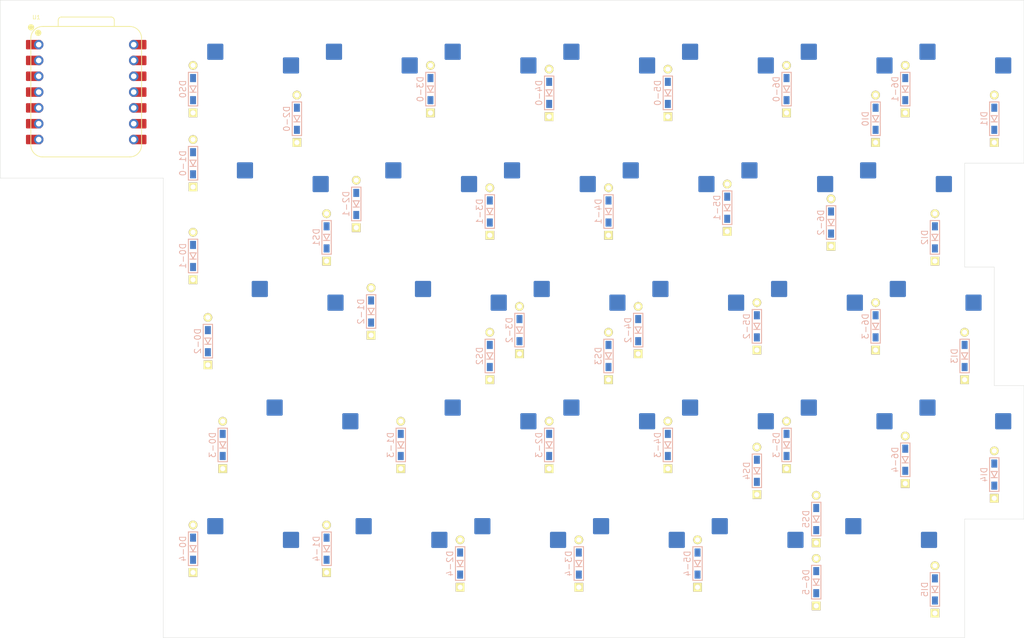
<source format=kicad_pcb>
(kicad_pcb (version 20241229) (generator "pcbnew") (generator_version "9.0")
  (layers (0 "F.Cu" signal) (2 "B.Cu" signal) (13 "F.Paste" user) (15 "B.Paste" user) (5 "F.SilkS" user "F.Silkscreen") (7 "B.SilkS" user "B.Silkscreen") (1 "F.Mask" user) (3 "B.Mask" user) (25 "Edge.Cuts" user))
  (net 0 "")
  (net 1 "Net-(D0-1-A)")
  (net 2 "Net-(D0-1-K)")
  (net 3 "Net-(D0-2-K)")
  (net 4 "Net-(D0-2-A)")
  (net 5 "Net-(D0-3-K)")
  (net 6 "Net-(D0-3-A)")
  (net 7 "Net-(D0-4-K)")
  (net 8 "Net-(D0-4-A)")
  (net 9 "Net-(D1-0-A)")
  (net 10 "Net-(D1-0-K)")
  (net 11 "Net-(D1-2-A)")
  (net 12 "Net-(D1-3-A)")
  (net 13 "Net-(D1-4-A)")
  (net 14 "Net-(D2-0-A)")
  (net 15 "Net-(D2-1-A)")
  (net 16 "Net-(D2-3-A)")
  (net 17 "Net-(D2-4-A)")
  (net 18 "Net-(D3-0-A)")
  (net 19 "Net-(D3-1-A)")
  (net 20 "Net-(D3-2-A)")
  (net 21 "Net-(D3-4-A)")
  (net 22 "Net-(D4-0-A)")
  (net 23 "Net-(D4-1-A)")
  (net 24 "Net-(D4-2-A)")
  (net 25 "Net-(D4-3-A)")
  (net 26 "Net-(D5-0-A)")
  (net 27 "Net-(D5-1-A)")
  (net 28 "Net-(D5-2-A)")
  (net 29 "Net-(D5-3-A)")
  (net 30 "Net-(D5-4-A)")
  (net 31 "Net-(D6-0-A)")
  (net 32 "Net-(D6-1-A)")
  (net 33 "Net-(D6-2-A)")
  (net 34 "Net-(D6-3-A)")
  (net 35 "Net-(D6-4-A)")
  (net 36 "Net-(D6-5-A)")
  (net 37 "Net-(D6-5-K)")
  (net 38 "INTR_L")
  (net 39 "IO 0")
  (net 40 "IO 1")
  (net 41 "IO 2")
  (net 42 "IO 3")
  (net 43 "IO 4")
  (net 44 "IO 5")
  (net 45 "IO 6")
  (net 46 "GND")
  (footprint "kbd_Parts:Diode_TH_SMD" (layer "F.Cu") (at 173.83125 81.56875 90)
    (property "Reference" "D5-0" (at 0 -1.63 90) (layer "B.SilkS") (effects (font (thickness 0.125)) (justify mirror)))
    (property "Value" "1N4148W" (hide yes))
    (pad "1" thru_hole rect (at -3.81 0 90) (size 1.397 1.397) (drill 0.8128) (layers "*.Cu" "*.Mask" "F.SilkS") (net 10 "Net-(D1-0-K)"))
    (pad "1" smd rect (at -1.775 0 90) (size 1.3 0.95) (layers "B.Cu" "B.Mask" "B.Paste") (net 10 "Net-(D1-0-K)"))
    (pad "2" smd rect (at 1.775 0 90) (size 1.3 0.95) (layers "B.Cu" "B.Mask" "B.Paste") (net 26 "Net-(D5-0-A)"))
    (pad "2" thru_hole circle (at 3.81 0 90) (size 1.397 1.397) (drill 0.8128) (layers "*.Cu" "*.Mask" "F.SilkS") (net 26 "Net-(D5-0-A)"))
  )
  (footprint "kbd_Parts:Diode_TH_SMD" (layer "F.Cu") (at 135.73125 80.9625 90)
    (property "Reference" "D3-0" (at 0 -1.63 90) (layer "B.SilkS") (effects (font (thickness 0.125)) (justify mirror)))
    (property "Value" "1N4148W" (hide yes))
    (pad "1" thru_hole rect (at -3.81 0 90) (size 1.397 1.397) (drill 0.8128) (layers "*.Cu" "*.Mask" "F.SilkS") (net 10 "Net-(D1-0-K)"))
    (pad "1" smd rect (at -1.775 0 90) (size 1.3 0.95) (layers "B.Cu" "B.Mask" "B.Paste") (net 10 "Net-(D1-0-K)"))
    (pad "2" smd rect (at 1.775 0 90) (size 1.3 0.95) (layers "B.Cu" "B.Mask" "B.Paste") (net 18 "Net-(D3-0-A)"))
    (pad "2" thru_hole circle (at 3.81 0 90) (size 1.397 1.397) (drill 0.8128) (layers "*.Cu" "*.Mask" "F.SilkS") (net 18 "Net-(D3-0-A)"))
  )
  (footprint "kbd_Parts:Diode_TH_SMD" (layer "F.Cu") (at 197.64375 150.01875 90)
    (property "Reference" "DS5" (at 0 -1.63 90) (layer "B.SilkS") (effects (font (thickness 0.125)) (justify mirror)))
    (property "Value" "1N4148W" (hide yes))
    (pad "1" thru_hole rect (at -3.81 0 90) (size 1.397 1.397) (drill 0.8128) (layers "*.Cu" "*.Mask" "F.SilkS") (net 44 "IO 5"))
    (pad "1" smd rect (at -1.775 0 90) (size 1.3 0.95) (layers "B.Cu" "B.Mask" "B.Paste") (net 44 "IO 5"))
    (pad "2" smd rect (at 1.775 0 90) (size 1.3 0.95) (layers "B.Cu" "B.Mask" "B.Paste") (net 37 "Net-(D6-5-K)"))
    (pad "2" thru_hole circle (at 3.81 0 90) (size 1.397 1.397) (drill 0.8128) (layers "*.Cu" "*.Mask" "F.SilkS") (net 37 "Net-(D6-5-K)"))
  )
  (footprint "kbd_Parts:Diode_TH_SMD" (layer "F.Cu") (at 150.01875 119.66875 90)
    (property "Reference" "D3-2" (at 0 -1.63 90) (layer "B.SilkS") (effects (font (thickness 0.125)) (justify mirror)))
    (property "Value" "1N4148W" (hide yes))
    (pad "1" thru_hole rect (at -3.81 0 90) (size 1.397 1.397) (drill 0.8128) (layers "*.Cu" "*.Mask" "F.SilkS") (net 3 "Net-(D0-2-K)"))
    (pad "1" smd rect (at -1.775 0 90) (size 1.3 0.95) (layers "B.Cu" "B.Mask" "B.Paste") (net 3 "Net-(D0-2-K)"))
    (pad "2" smd rect (at 1.775 0 90) (size 1.3 0.95) (layers "B.Cu" "B.Mask" "B.Paste") (net 20 "Net-(D3-2-A)"))
    (pad "2" thru_hole circle (at 3.81 0 90) (size 1.397 1.397) (drill 0.8128) (layers "*.Cu" "*.Mask" "F.SilkS") (net 20 "Net-(D3-2-A)"))
  )
  (footprint "kbd_Parts:Diode_TH_SMD" (layer "F.Cu") (at 226.21875 142.875 90)
    (property "Reference" "DI4" (at 0 -1.63 90) (layer "B.SilkS") (effects (font (thickness 0.125)) (justify mirror)))
    (property "Value" "1N4148W" (hide yes))
    (pad "1" thru_hole rect (at -3.81 0 90) (size 1.397 1.397) (drill 0.8128) (layers "*.Cu" "*.Mask" "F.SilkS") (net 38 "INTR_L"))
    (pad "1" smd rect (at -1.775 0 90) (size 1.3 0.95) (layers "B.Cu" "B.Mask" "B.Paste") (net 38 "INTR_L"))
    (pad "2" smd rect (at 1.775 0 90) (size 1.3 0.95) (layers "B.Cu" "B.Mask" "B.Paste") (net 7 "Net-(D0-4-K)"))
    (pad "2" thru_hole circle (at 3.81 0 90) (size 1.397 1.397) (drill 0.8128) (layers "*.Cu" "*.Mask" "F.SilkS") (net 7 "Net-(D0-4-K)"))
  )
  (footprint "kbd_Parts:Diode_TH_SMD" (layer "F.Cu") (at 123.825 99.40625 90)
    (property "Reference" "D2-1" (at 0 -1.63 90) (layer "B.SilkS") (effects (font (thickness 0.125)) (justify mirror)))
    (property "Value" "1N4148W" (hide yes))
    (pad "1" thru_hole rect (at -3.81 0 90) (size 1.397 1.397) (drill 0.8128) (layers "*.Cu" "*.Mask" "F.SilkS") (net 2 "Net-(D0-1-K)"))
    (pad "1" smd rect (at -1.775 0 90) (size 1.3 0.95) (layers "B.Cu" "B.Mask" "B.Paste") (net 2 "Net-(D0-1-K)"))
    (pad "2" smd rect (at 1.775 0 90) (size 1.3 0.95) (layers "B.Cu" "B.Mask" "B.Paste") (net 15 "Net-(D2-1-A)"))
    (pad "2" thru_hole circle (at 3.81 0 90) (size 1.397 1.397) (drill 0.8128) (layers "*.Cu" "*.Mask" "F.SilkS") (net 15 "Net-(D2-1-A)"))
  )
  (footprint "kbd_Parts:Diode_TH_SMD" (layer "F.Cu") (at 119.0625 154.78125 90)
    (property "Reference" "D1-4" (at 0 -1.63 90) (layer "B.SilkS") (effects (font (thickness 0.125)) (justify mirror)))
    (property "Value" "1N4148W" (hide yes))
    (pad "1" thru_hole rect (at -3.81 0 90) (size 1.397 1.397) (drill 0.8128) (layers "*.Cu" "*.Mask" "F.SilkS") (net 7 "Net-(D0-4-K)"))
    (pad "1" smd rect (at -1.775 0 90) (size 1.3 0.95) (layers "B.Cu" "B.Mask" "B.Paste") (net 7 "Net-(D0-4-K)"))
    (pad "2" smd rect (at 1.775 0 90) (size 1.3 0.95) (layers "B.Cu" "B.Mask" "B.Paste") (net 13 "Net-(D1-4-A)"))
    (pad "2" thru_hole circle (at 3.81 0 90) (size 1.397 1.397) (drill 0.8128) (layers "*.Cu" "*.Mask" "F.SilkS") (net 13 "Net-(D1-4-A)"))
  )
  (footprint "kbd_Parts:Diode_TH_SMD" (layer "F.Cu") (at 114.3 85.725 90)
    (property "Reference" "D2-0" (at 0 -1.63 90) (layer "B.SilkS") (effects (font (thickness 0.125)) (justify mirror)))
    (property "Value" "1N4148W" (hide yes))
    (pad "1" thru_hole rect (at -3.81 0 90) (size 1.397 1.397) (drill 0.8128) (layers "*.Cu" "*.Mask" "F.SilkS") (net 10 "Net-(D1-0-K)"))
    (pad "1" smd rect (at -1.775 0 90) (size 1.3 0.95) (layers "B.Cu" "B.Mask" "B.Paste") (net 10 "Net-(D1-0-K)"))
    (pad "2" smd rect (at 1.775 0 90) (size 1.3 0.95) (layers "B.Cu" "B.Mask" "B.Paste") (net 14 "Net-(D2-0-A)"))
    (pad "2" thru_hole circle (at 3.81 0 90) (size 1.397 1.397) (drill 0.8128) (layers "*.Cu" "*.Mask" "F.SilkS") (net 14 "Net-(D2-0-A)"))
  )
  (footprint "kbd_Parts:Diode_TH_SMD" (layer "F.Cu") (at 226.21875 85.725 90)
    (property "Reference" "DI1" (at 0 -1.63 90) (layer "B.SilkS") (effects (font (thickness 0.125)) (justify mirror)))
    (property "Value" "1N4148W" (hide yes))
    (pad "1" thru_hole rect (at -3.81 0 90) (size 1.397 1.397) (drill 0.8128) (layers "*.Cu" "*.Mask" "F.SilkS") (net 38 "INTR_L"))
    (pad "1" smd rect (at -1.775 0 90) (size 1.3 0.95) (layers "B.Cu" "B.Mask" "B.Paste") (net 38 "INTR_L"))
    (pad "2" smd rect (at 1.775 0 90) (size 1.3 0.95) (layers "B.Cu" "B.Mask" "B.Paste") (net 2 "Net-(D0-1-K)"))
    (pad "2" thru_hole circle (at 3.81 0 90) (size 1.397 1.397) (drill 0.8128) (layers "*.Cu" "*.Mask" "F.SilkS") (net 2 "Net-(D0-1-K)"))
  )
  (footprint "kbd_Parts:Diode_TH_SMD" (layer "F.Cu") (at 159.54375 157.1625 90)
    (property "Reference" "D3-4" (at 0 -1.63 90) (layer "B.SilkS") (effects (font (thickness 0.125)) (justify mirror)))
    (property "Value" "1N4148W" (hide yes))
    (pad "1" thru_hole rect (at -3.81 0 90) (size 1.397 1.397) (drill 0.8128) (layers "*.Cu" "*.Mask" "F.SilkS") (net 7 "Net-(D0-4-K)"))
    (pad "1" smd rect (at -1.775 0 90) (size 1.3 0.95) (layers "B.Cu" "B.Mask" "B.Paste") (net 7 "Net-(D0-4-K)"))
    (pad "2" smd rect (at 1.775 0 90) (size 1.3 0.95) (layers "B.Cu" "B.Mask" "B.Paste") (net 21 "Net-(D3-4-A)"))
    (pad "2" thru_hole circle (at 3.81 0 90) (size 1.397 1.397) (drill 0.8128) (layers "*.Cu" "*.Mask" "F.SilkS") (net 21 "Net-(D3-4-A)"))
  )
  (footprint "kbd_Parts:Diode_TH_SMD" (layer "F.Cu") (at 154.78125 81.56875 90)
    (property "Reference" "D4-0" (at 0 -1.63 90) (layer "B.SilkS") (effects (font (thickness 0.125)) (justify mirror)))
    (property "Value" "1N4148W" (hide yes))
    (pad "1" thru_hole rect (at -3.81 0 90) (size 1.397 1.397) (drill 0.8128) (layers "*.Cu" "*.Mask" "F.SilkS") (net 10 "Net-(D1-0-K)"))
    (pad "1" smd rect (at -1.775 0 90) (size 1.3 0.95) (layers "B.Cu" "B.Mask" "B.Paste") (net 10 "Net-(D1-0-K)"))
    (pad "2" smd rect (at 1.775 0 90) (size 1.3 0.95) (layers "B.Cu" "B.Mask" "B.Paste") (net 22 "Net-(D4-0-A)"))
    (pad "2" thru_hole circle (at 3.81 0 90) (size 1.397 1.397) (drill 0.8128) (layers "*.Cu" "*.Mask" "F.SilkS") (net 22 "Net-(D4-0-A)"))
  )
  (footprint "kbd_Parts:Diode_TH_SMD" (layer "F.Cu") (at 140.49375 157.1625 90)
    (property "Reference" "D2-4" (at 0 -1.63 90) (layer "B.SilkS") (effects (font (thickness 0.125)) (justify mirror)))
    (property "Value" "1N4148W" (hide yes))
    (pad "1" thru_hole rect (at -3.81 0 90) (size 1.397 1.397) (drill 0.8128) (layers "*.Cu" "*.Mask" "F.SilkS") (net 7 "Net-(D0-4-K)"))
    (pad "1" smd rect (at -1.775 0 90) (size 1.3 0.95) (layers "B.Cu" "B.Mask" "B.Paste") (net 7 "Net-(D0-4-K)"))
    (pad "2" smd rect (at 1.775 0 90) (size 1.3 0.95) (layers "B.Cu" "B.Mask" "B.Paste") (net 17 "Net-(D2-4-A)"))
    (pad "2" thru_hole circle (at 3.81 0 90) (size 1.397 1.397) (drill 0.8128) (layers "*.Cu" "*.Mask" "F.SilkS") (net 17 "Net-(D2-4-A)"))
  )
  (footprint "kbd_Parts:Diode_TH_SMD" (layer "F.Cu") (at 126.20625 116.68125 90)
    (property "Reference" "D1-2" (at 0 -1.63 90) (layer "B.SilkS") (effects (font (thickness 0.125)) (justify mirror)))
    (property "Value" "1N4148W" (hide yes))
    (pad "1" thru_hole rect (at -3.81 0 90) (size 1.397 1.397) (drill 0.8128) (layers "*.Cu" "*.Mask" "F.SilkS") (net 3 "Net-(D0-2-K)"))
    (pad "1" smd rect (at -1.775 0 90) (size 1.3 0.95) (layers "B.Cu" "B.Mask" "B.Paste") (net 3 "Net-(D0-2-K)"))
    (pad "2" smd rect (at 1.775 0 90) (size 1.3 0.95) (layers "B.Cu" "B.Mask" "B.Paste") (net 11 "Net-(D1-2-A)"))
    (pad "2" thru_hole circle (at 3.81 0 90) (size 1.397 1.397) (drill 0.8128) (layers "*.Cu" "*.Mask" "F.SilkS") (net 11 "Net-(D1-2-A)"))
  )
  (footprint "kbd_Parts:Diode_TH_SMD" (layer "F.Cu") (at 192.88125 80.9625 90)
    (property "Reference" "D6-0" (at 0 -1.63 90) (layer "B.SilkS") (effects (font (thickness 0.125)) (justify mirror)))
    (property "Value" "1N4148W" (hide yes))
    (pad "1" thru_hole rect (at -3.81 0 90) (size 1.397 1.397) (drill 0.8128) (layers "*.Cu" "*.Mask" "F.SilkS") (net 10 "Net-(D1-0-K)"))
    (pad "1" smd rect (at -1.775 0 90) (size 1.3 0.95) (layers "B.Cu" "B.Mask" "B.Paste") (net 10 "Net-(D1-0-K)"))
    (pad "2" smd rect (at 1.775 0 90) (size 1.3 0.95) (layers "B.Cu" "B.Mask" "B.Paste") (net 31 "Net-(D6-0-A)"))
    (pad "2" thru_hole circle (at 3.81 0 90) (size 1.397 1.397) (drill 0.8128) (layers "*.Cu" "*.Mask" "F.SilkS") (net 31 "Net-(D6-0-A)"))
  )
  (footprint "kbd_Parts:Diode_TH_SMD" (layer "F.Cu") (at 97.63125 92.86875 90)
    (property "Reference" "D1-0" (at 0 -1.63 90) (layer "B.SilkS") (effects (font (thickness 0.125)) (justify mirror)))
    (property "Value" "1N4148W" (hide yes))
    (pad "1" thru_hole rect (at -3.81 0 90) (size 1.397 1.397) (drill 0.8128) (layers "*.Cu" "*.Mask" "F.SilkS") (net 10 "Net-(D1-0-K)"))
    (pad "1" smd rect (at -1.775 0 90) (size 1.3 0.95) (layers "B.Cu" "B.Mask" "B.Paste") (net 10 "Net-(D1-0-K)"))
    (pad "2" smd rect (at 1.775 0 90) (size 1.3 0.95) (layers "B.Cu" "B.Mask" "B.Paste") (net 9 "Net-(D1-0-A)"))
    (pad "2" thru_hole circle (at 3.81 0 90) (size 1.397 1.397) (drill 0.8128) (layers "*.Cu" "*.Mask" "F.SilkS") (net 9 "Net-(D1-0-A)"))
  )
  (footprint "kbd_Parts:Diode_TH_SMD" (layer "F.Cu") (at 164.30625 100.61875 90)
    (property "Reference" "D4-1" (at 0 -1.63 90) (layer "B.SilkS") (effects (font (thickness 0.125)) (justify mirror)))
    (property "Value" "1N4148W" (hide yes))
    (pad "1" thru_hole rect (at -3.81 0 90) (size 1.397 1.397) (drill 0.8128) (layers "*.Cu" "*.Mask" "F.SilkS") (net 2 "Net-(D0-1-K)"))
    (pad "1" smd rect (at -1.775 0 90) (size 1.3 0.95) (layers "B.Cu" "B.Mask" "B.Paste") (net 2 "Net-(D0-1-K)"))
    (pad "2" smd rect (at 1.775 0 90) (size 1.3 0.95) (layers "B.Cu" "B.Mask" "B.Paste") (net 23 "Net-(D4-1-A)"))
    (pad "2" thru_hole circle (at 3.81 0 90) (size 1.397 1.397) (drill 0.8128) (layers "*.Cu" "*.Mask" "F.SilkS") (net 23 "Net-(D4-1-A)"))
  )
  (footprint "kbd_Parts:Diode_TH_SMD" (layer "F.Cu") (at 188.11875 119.0625 90)
    (property "Reference" "D5-2" (at 0 -1.63 90) (layer "B.SilkS") (effects (font (thickness 0.125)) (justify mirror)))
    (property "Value" "1N4148W" (hide yes))
    (pad "1" thru_hole rect (at -3.81 0 90) (size 1.397 1.397) (drill 0.8128) (layers "*.Cu" "*.Mask" "F.SilkS") (net 3 "Net-(D0-2-K)"))
    (pad "1" smd rect (at -1.775 0 90) (size 1.3 0.95) (layers "B.Cu" "B.Mask" "B.Paste") (net 3 "Net-(D0-2-K)"))
    (pad "2" smd rect (at 1.775 0 90) (size 1.3 0.95) (layers "B.Cu" "B.Mask" "B.Paste") (net 28 "Net-(D5-2-A)"))
    (pad "2" thru_hole circle (at 3.81 0 90) (size 1.397 1.397) (drill 0.8128) (layers "*.Cu" "*.Mask" "F.SilkS") (net 28 "Net-(D5-2-A)"))
  )
  (footprint "kbd_Parts:Diode_TH_SMD" (layer "F.Cu") (at 154.78125 138.1125 90)
    (property "Reference" "D2-3" (at 0 -1.63 90) (layer "B.SilkS") (effects (font (thickness 0.125)) (justify mirror)))
    (property "Value" "1N4148W" (hide yes))
    (pad "1" thru_hole rect (at -3.81 0 90) (size 1.397 1.397) (drill 0.8128) (layers "*.Cu" "*.Mask" "F.SilkS") (net 5 "Net-(D0-3-K)"))
    (pad "1" smd rect (at -1.775 0 90) (size 1.3 0.95) (layers "B.Cu" "B.Mask" "B.Paste") (net 5 "Net-(D0-3-K)"))
    (pad "2" smd rect (at 1.775 0 90) (size 1.3 0.95) (layers "B.Cu" "B.Mask" "B.Paste") (net 16 "Net-(D2-3-A)"))
    (pad "2" thru_hole circle (at 3.81 0 90) (size 1.397 1.397) (drill 0.8128) (layers "*.Cu" "*.Mask" "F.SilkS") (net 16 "Net-(D2-3-A)"))
  )
  (footprint "kbd_Parts:Diode_TH_SMD" (layer "F.Cu") (at 207.16875 85.725 90)
    (property "Reference" "DI0" (at 0 -1.63 90) (layer "B.SilkS") (effects (font (thickness 0.125)) (justify mirror)))
    (property "Value" "1N4148W" (hide yes))
    (pad "1" thru_hole rect (at -3.81 0 90) (size 1.397 1.397) (drill 0.8128) (layers "*.Cu" "*.Mask" "F.SilkS") (net 38 "INTR_L"))
    (pad "1" smd rect (at -1.775 0 90) (size 1.3 0.95) (layers "B.Cu" "B.Mask" "B.Paste") (net 38 "INTR_L"))
    (pad "2" smd rect (at 1.775 0 90) (size 1.3 0.95) (layers "B.Cu" "B.Mask" "B.Paste") (net 10 "Net-(D1-0-K)"))
    (pad "2" thru_hole circle (at 3.81 0 90) (size 1.397 1.397) (drill 0.8128) (layers "*.Cu" "*.Mask" "F.SilkS") (net 10 "Net-(D1-0-K)"))
  )
  (footprint "kbd_Parts:Diode_TH_SMD" (layer "F.Cu") (at 119.0625 104.775 90)
    (property "Reference" "DS1" (at 0 -1.63 90) (layer "B.SilkS") (effects (font (thickness 0.125)) (justify mirror)))
    (property "Value" "1N4148W" (hide yes))
    (pad "1" thru_hole rect (at -3.81 0 90) (size 1.397 1.397) (drill 0.8128) (layers "*.Cu" "*.Mask" "F.SilkS") (net 40 "IO 1"))
    (pad "1" smd rect (at -1.775 0 90) (size 1.3 0.95) (layers "B.Cu" "B.Mask" "B.Paste") (net 40 "IO 1"))
    (pad "2" smd rect (at 1.775 0 90) (size 1.3 0.95) (layers "B.Cu" "B.Mask" "B.Paste") (net 2 "Net-(D0-1-K)"))
    (pad "2" thru_hole circle (at 3.81 0 90) (size 1.397 1.397) (drill 0.8128) (layers "*.Cu" "*.Mask" "F.SilkS") (net 2 "Net-(D0-1-K)"))
  )
  (footprint "kbd_Parts:Diode_TH_SMD" (layer "F.Cu") (at 173.83125 138.1125 90)
    (property "Reference" "D4-3" (at 0 -1.63 90) (layer "B.SilkS") (effects (font (thickness 0.125)) (justify mirror)))
    (property "Value" "1N4148W" (hide yes))
    (pad "1" thru_hole rect (at -3.81 0 90) (size 1.397 1.397) (drill 0.8128) (layers "*.Cu" "*.Mask" "F.SilkS") (net 5 "Net-(D0-3-K)"))
    (pad "1" smd rect (at -1.775 0 90) (size 1.3 0.95) (layers "B.Cu" "B.Mask" "B.Paste") (net 5 "Net-(D0-3-K)"))
    (pad "2" smd rect (at 1.775 0 90) (size 1.3 0.95) (layers "B.Cu" "B.Mask" "B.Paste") (net 25 "Net-(D4-3-A)"))
    (pad "2" thru_hole circle (at 3.81 0 90) (size 1.397 1.397) (drill 0.8128) (layers "*.Cu" "*.Mask" "F.SilkS") (net 25 "Net-(D4-3-A)"))
  )
  (footprint "kbd_Parts:Diode_TH_SMD" (layer "F.Cu") (at 192.88125 138.1125 90)
    (property "Reference" "D5-3" (at 0 -1.63 90) (layer "B.SilkS") (effects (font (thickness 0.125)) (justify mirror)))
    (property "Value" "1N4148W" (hide yes))
    (pad "1" thru_hole rect (at -3.81 0 90) (size 1.397 1.397) (drill 0.8128) (layers "*.Cu" "*.Mask" "F.SilkS") (net 5 "Net-(D0-3-K)"))
    (pad "1" smd rect (at -1.775 0 90) (size 1.3 0.95) (layers "B.Cu" "B.Mask" "B.Paste") (net 5 "Net-(D0-3-K)"))
    (pad "2" smd rect (at 1.775 0 90) (size 1.3 0.95) (layers "B.Cu" "B.Mask" "B.Paste") (net 29 "Net-(D5-3-A)"))
    (pad "2" thru_hole circle (at 3.81 0 90) (size 1.397 1.397) (drill 0.8128) (layers "*.Cu" "*.Mask" "F.SilkS") (net 29 "Net-(D5-3-A)"))
  )
  (footprint "kbd_Parts:Diode_TH_SMD" (layer "F.Cu") (at 97.63125 107.7625 90)
    (property "Reference" "D0-1" (at 0 -1.63 90) (layer "B.SilkS") (effects (font (thickness 0.125)) (justify mirror)))
    (property "Value" "1N4148W" (hide yes))
    (pad "1" thru_hole rect (at -3.81 0 90) (size 1.397 1.397) (drill 0.8128) (layers "*.Cu" "*.Mask" "F.SilkS") (net 2 "Net-(D0-1-K)"))
    (pad "1" smd rect (at -1.775 0 90) (size 1.3 0.95) (layers "B.Cu" "B.Mask" "B.Paste") (net 2 "Net-(D0-1-K)"))
    (pad "2" smd rect (at 1.775 0 90) (size 1.3 0.95) (layers "B.Cu" "B.Mask" "B.Paste") (net 1 "Net-(D0-1-A)"))
    (pad "2" thru_hole circle (at 3.81 0 90) (size 1.397 1.397) (drill 0.8128) (layers "*.Cu" "*.Mask" "F.SilkS") (net 1 "Net-(D0-1-A)"))
  )
  (footprint "kbd_Parts:Diode_TH_SMD" (layer "F.Cu") (at 216.69375 104.775 90)
    (property "Reference" "DI2" (at 0 -1.63 90) (layer "B.SilkS") (effects (font (thickness 0.125)) (justify mirror)))
    (property "Value" "1N4148W" (hide yes))
    (pad "1" thru_hole rect (at -3.81 0 90) (size 1.397 1.397) (drill 0.8128) (layers "*.Cu" "*.Mask" "F.SilkS") (net 38 "INTR_L"))
    (pad "1" smd rect (at -1.775 0 90) (size 1.3 0.95) (layers "B.Cu" "B.Mask" "B.Paste") (net 38 "INTR_L"))
    (pad "2" smd rect (at 1.775 0 90) (size 1.3 0.95) (layers "B.Cu" "B.Mask" "B.Paste") (net 3 "Net-(D0-2-K)"))
    (pad "2" thru_hole circle (at 3.81 0 90) (size 1.397 1.397) (drill 0.8128) (layers "*.Cu" "*.Mask" "F.SilkS") (net 3 "Net-(D0-2-K)"))
  )
  (footprint "kbd_Parts:Diode_TH_SMD" (layer "F.Cu") (at 221.45625 123.825 90)
    (property "Reference" "DI3" (at 0 -1.63 90) (layer "B.SilkS") (effects (font (thickness 0.125)) (justify mirror)))
    (property "Value" "1N4148W" (hide yes))
    (pad "1" thru_hole rect (at -3.81 0 90) (size 1.397 1.397) (drill 0.8128) (layers "*.Cu" "*.Mask" "F.SilkS") (net 38 "INTR_L"))
    (pad "1" smd rect (at -1.775 0 90) (size 1.3 0.95) (layers "B.Cu" "B.Mask" "B.Paste") (net 38 "INTR_L"))
    (pad "2" smd rect (at 1.775 0 90) (size 1.3 0.95) (layers "B.Cu" "B.Mask" "B.Paste") (net 5 "Net-(D0-3-K)"))
    (pad "2" thru_hole circle (at 3.81 0 90) (size 1.397 1.397) (drill 0.8128) (layers "*.Cu" "*.Mask" "F.SilkS") (net 5 "Net-(D0-3-K)"))
  )
  (footprint "kbd_Parts:Diode_TH_SMD" (layer "F.Cu") (at 145.25625 123.825 90)
    (property "Reference" "DS2" (at 0 -1.63 90) (layer "B.SilkS") (effects (font (thickness 0.125)) (justify mirror)))
    (property "Value" "1N4148W" (hide yes))
    (pad "1" thru_hole rect (at -3.81 0 90) (size 1.397 1.397) (drill 0.8128) (layers "*.Cu" "*.Mask" "F.SilkS") (net 41 "IO 2"))
    (pad "1" smd rect (at -1.775 0 90) (size 1.3 0.95) (layers "B.Cu" "B.Mask" "B.Paste") (net 41 "IO 2"))
    (pad "2" smd rect (at 1.775 0 90) (size 1.3 0.95) (layers "B.Cu" "B.Mask" "B.Paste") (net 3 "Net-(D0-2-K)"))
    (pad "2" thru_hole circle (at 3.81 0 90) (size 1.397 1.397) (drill 0.8128) (layers "*.Cu" "*.Mask" "F.SilkS") (net 3 "Net-(D0-2-K)"))
  )
  (footprint "kbd_Parts:Diode_TH_SMD" (layer "F.Cu") (at 100.0125 121.44375 90)
    (property "Reference" "D0-2" (at 0 -1.63 90) (layer "B.SilkS") (effects (font (thickness 0.125)) (justify mirror)))
    (property "Value" "1N4148W" (hide yes))
    (pad "1" thru_hole rect (at -3.81 0 90) (size 1.397 1.397) (drill 0.8128) (layers "*.Cu" "*.Mask" "F.SilkS") (net 3 "Net-(D0-2-K)"))
    (pad "1" smd rect (at -1.775 0 90) (size 1.3 0.95) (layers "B.Cu" "B.Mask" "B.Paste") (net 3 "Net-(D0-2-K)"))
    (pad "2" smd rect (at 1.775 0 90) (size 1.3 0.95) (layers "B.Cu" "B.Mask" "B.Paste") (net 4 "Net-(D0-2-A)"))
    (pad "2" thru_hole circle (at 3.81 0 90) (size 1.397 1.397) (drill 0.8128) (layers "*.Cu" "*.Mask" "F.SilkS") (net 4 "Net-(D0-2-A)"))
  )
  (footprint "kbd_Parts:Diode_TH_SMD" (layer "F.Cu") (at 130.96875 138.1125 90)
    (property "Reference" "D1-3" (at 0 -1.63 90) (layer "B.SilkS") (effects (font (thickness 0.125)) (justify mirror)))
    (property "Value" "1N4148W" (hide yes))
    (pad "1" thru_hole rect (at -3.81 0 90) (size 1.397 1.397) (drill 0.8128) (layers "*.Cu" "*.Mask" "F.SilkS") (net 5 "Net-(D0-3-K)"))
    (pad "1" smd rect (at -1.775 0 90) (size 1.3 0.95) (layers "B.Cu" "B.Mask" "B.Paste") (net 5 "Net-(D0-3-K)"))
    (pad "2" smd rect (at 1.775 0 90) (size 1.3 0.95) (layers "B.Cu" "B.Mask" "B.Paste") (net 12 "Net-(D1-3-A)"))
    (pad "2" thru_hole circle (at 3.81 0 90) (size 1.397 1.397) (drill 0.8128) (layers "*.Cu" "*.Mask" "F.SilkS") (net 12 "Net-(D1-3-A)"))
  )
  (footprint "kbd_Parts:Diode_TH_SMD" (layer "F.Cu") (at 178.59375 157.1625 90)
    (property "Reference" "D5-4" (at 0 -1.63 90) (layer "B.SilkS") (effects (font (thickness 0.125)) (justify mirror)))
    (property "Value" "1N4148W" (hide yes))
    (pad "1" thru_hole rect (at -3.81 0 90) (size 1.397 1.397) (drill 0.8128) (layers "*.Cu" "*.Mask" "F.SilkS") (net 7 "Net-(D0-4-K)"))
    (pad "1" smd rect (at -1.775 0 90) (size 1.3 0.95) (layers "B.Cu" "B.Mask" "B.Paste") (net 7 "Net-(D0-4-K)"))
    (pad "2" smd rect (at 1.775 0 90) (size 1.3 0.95) (layers "B.Cu" "B.Mask" "B.Paste") (net 30 "Net-(D5-4-A)"))
    (pad "2" thru_hole circle (at 3.81 0 90) (size 1.397 1.397) (drill 0.8128) (layers "*.Cu" "*.Mask" "F.SilkS") (net 30 "Net-(D5-4-A)"))
  )
  (footprint "Seeed Studio XIAO Series Library:XIAO-nRF52840-DIP" (layer "F.Cu") (at 80.48625 81.43875)
    (property "Reference" "U1" (at -8 -12 0) (layer "F.SilkS") (effects (font (size 0.635 0.635) (thickness 0.1016))))
    (property "Value" "XIAO-nRF52840-DIP")
    (pad "1" smd roundrect (at -8.455 -7.62 180) (size 2.432 1.524) (layers "F.Cu" "F.Mask") (roundrect_rratio 0.1) (net 38 "INTR_L"))
    (pad "1" thru_hole circle (at -7.62 -7.62 180) (size 1.524 1.524) (drill 0.889) (layers "*.Cu" "*.Mask") (net 38 "INTR_L"))
    (pad "2" smd roundrect (at -8.455 -5.08 180) (size 2.432 1.524) (layers "F.Cu" "F.Mask") (roundrect_rratio 0.1) (net 39 "IO 0"))
    (pad "2" thru_hole circle (at -7.62 -5.08 180) (size 1.524 1.524) (drill 0.889) (layers "*.Cu" "*.Mask") (net 39 "IO 0"))
    (pad "3" smd roundrect (at -8.455 -2.54 180) (size 2.432 1.524) (layers "F.Cu" "F.Mask") (roundrect_rratio 0.1) (net 40 "IO 1"))
    (pad "3" thru_hole circle (at -7.62 -2.54 180) (size 1.524 1.524) (drill 0.889) (layers "*.Cu" "*.Mask") (net 40 "IO 1"))
    (pad "4" smd roundrect (at -8.455 0 180) (size 2.432 1.524) (layers "F.Cu" "F.Mask") (roundrect_rratio 0.1) (net 41 "IO 2"))
    (pad "4" thru_hole circle (at -7.62 0 180) (size 1.524 1.524) (drill 0.889) (layers "*.Cu" "*.Mask") (net 41 "IO 2"))
    (pad "5" smd roundrect (at -8.455 2.54 180) (size 2.432 1.524) (layers "F.Cu" "F.Mask") (roundrect_rratio 0.1) (net 42 "IO 3"))
    (pad "5" thru_hole circle (at -7.62 2.54 180) (size 1.524 1.524) (drill 0.889) (layers "*.Cu" "*.Mask") (net 42 "IO 3"))
    (pad "6" smd roundrect (at -8.455 5.08 180) (size 2.432 1.524) (layers "F.Cu" "F.Mask") (roundrect_rratio 0.1) (net 43 "IO 4"))
    (pad "6" thru_hole circle (at -7.62 5.08 180) (size 1.524 1.524) (drill 0.889) (layers "*.Cu" "*.Mask") (net 43 "IO 4"))
    (pad "7" smd roundrect (at -8.455 7.62 180) (size 2.432 1.524) (layers "F.Cu" "F.Mask") (roundrect_rratio 0.1) (net 44 "IO 5"))
    (pad "7" thru_hole circle (at -7.62 7.62 180) (size 1.524 1.524) (drill 0.889) (layers "*.Cu" "*.Mask") (net 44 "IO 5"))
    (pad "8" thru_hole circle (at 7.62 7.62) (size 1.524 1.524) (drill 0.889) (layers "*.Cu" "*.Mask") (net 45 "IO 6"))
    (pad "8" smd roundrect (at 8.455 7.62) (size 2.432 1.524) (layers "F.Cu" "F.Mask") (roundrect_rratio 0.1) (net 45 "IO 6"))
    (pad "9" thru_hole circle (at 7.62 5.08) (size 1.524 1.524) (drill 0.889) (layers "*.Cu" "*.Mask"))
    (pad "9" smd roundrect (at 8.455 5.08) (size 2.432 1.524) (layers "F.Cu" "F.Mask") (roundrect_rratio 0.1))
    (pad "10" thru_hole circle (at 7.62 2.54) (size 1.524 1.524) (drill 0.889) (layers "*.Cu" "*.Mask"))
    (pad "10" smd roundrect (at 8.455 2.54) (size 2.432 1.524) (layers "F.Cu" "F.Mask") (roundrect_rratio 0.1))
    (pad "11" thru_hole circle (at 7.62 0) (size 1.524 1.524) (drill 0.889) (layers "*.Cu" "*.Mask"))
    (pad "11" smd roundrect (at 8.455 0) (size 2.432 1.524) (layers "F.Cu" "F.Mask") (roundrect_rratio 0.1))
    (pad "12" thru_hole circle (at 7.62 -2.54) (size 1.524 1.524) (drill 0.889) (layers "*.Cu" "*.Mask"))
    (pad "12" smd roundrect (at 8.455 -2.54) (size 2.432 1.524) (layers "F.Cu" "F.Mask") (roundrect_rratio 0.1))
    (pad "13" thru_hole circle (at 7.62 -5.08) (size 1.524 1.524) (drill 0.889) (layers "*.Cu" "*.Mask") (net 46 "GND"))
    (pad "13" smd roundrect (at 8.455 -5.08) (size 2.432 1.524) (layers "F.Cu" "F.Mask") (roundrect_rratio 0.1) (net 46 "GND"))
    (pad "14" thru_hole circle (at 7.62 -7.62) (size 1.524 1.524) (drill 0.889) (layers "*.Cu" "*.Mask"))
    (pad "14" smd roundrect (at 8.455 -7.62) (size 2.432 1.524) (layers "F.Cu" "F.Mask") (roundrect_rratio 0.1))
  )
  (footprint "kbd_Parts:Diode_TH_SMD" (layer "F.Cu") (at 216.69375 161.31875 90)
    (property "Reference" "DI5" (at 0 -1.63 90) (layer "B.SilkS") (effects (font (thickness 0.125)) (justify mirror)))
    (property "Value" "1N4148W" (hide yes))
    (pad "1" thru_hole rect (at -3.81 0 90) (size 1.397 1.397) (drill 0.8128) (layers "*.Cu" "*.Mask" "F.SilkS") (net 38 "INTR_L"))
    (pad "1" smd rect (at -1.775 0 90) (size 1.3 0.95) (layers "B.Cu" "B.Mask" "B.Paste") (net 38 "INTR_L"))
    (pad "2" smd rect (at 1.775 0 90) (size 1.3 0.95) (layers "B.Cu" "B.Mask" "B.Paste") (net 37 "Net-(D6-5-K)"))
    (pad "2" thru_hole circle (at 3.81 0 90) (size 1.397 1.397) (drill 0.8128) (layers "*.Cu" "*.Mask" "F.SilkS") (net 37 "Net-(D6-5-K)"))
  )
  (footprint "kbd_Parts:Diode_TH_SMD" (layer "F.Cu") (at 197.64375 160.15 90)
    (property "Reference" "D6-5" (at 0 -1.63 90) (layer "B.SilkS") (effects (font (thickness 0.125)) (justify mirror)))
    (property "Value" "1N4148W" (hide yes))
    (pad "1" thru_hole rect (at -3.81 0 90) (size 1.397 1.397) (drill 0.8128) (layers "*.Cu" "*.Mask" "F.SilkS") (net 37 "Net-(D6-5-K)"))
    (pad "1" smd rect (at -1.775 0 90) (size 1.3 0.95) (layers "B.Cu" "B.Mask" "B.Paste") (net 37 "Net-(D6-5-K)"))
    (pad "2" smd rect (at 1.775 0 90) (size 1.3 0.95) (layers "B.Cu" "B.Mask" "B.Paste") (net 36 "Net-(D6-5-A)"))
    (pad "2" thru_hole circle (at 3.81 0 90) (size 1.397 1.397) (drill 0.8128) (layers "*.Cu" "*.Mask" "F.SilkS") (net 36 "Net-(D6-5-A)"))
  )
  (footprint "kbd_Parts:Diode_TH_SMD" (layer "F.Cu") (at 188.11875 142.26875 90)
    (property "Reference" "DS4" (at 0 -1.63 90) (layer "B.SilkS") (effects (font (thickness 0.125)) (justify mirror)))
    (property "Value" "1N4148W" (hide yes))
    (pad "1" thru_hole rect (at -3.81 0 90) (size 1.397 1.397) (drill 0.8128) (layers "*.Cu" "*.Mask" "F.SilkS") (net 43 "IO 4"))
    (pad "1" smd rect (at -1.775 0 90) (size 1.3 0.95) (layers "B.Cu" "B.Mask" "B.Paste") (net 43 "IO 4"))
    (pad "2" smd rect (at 1.775 0 90) (size 1.3 0.95) (layers "B.Cu" "B.Mask" "B.Paste") (net 7 "Net-(D0-4-K)"))
    (pad "2" thru_hole circle (at 3.81 0 90) (size 1.397 1.397) (drill 0.8128) (layers "*.Cu" "*.Mask" "F.SilkS") (net 7 "Net-(D0-4-K)"))
  )
  (footprint "kbd_Parts:Diode_TH_SMD" (layer "F.Cu") (at 169.06875 119.66875 90)
    (property "Reference" "D4-2" (at 0 -1.63 90) (layer "B.SilkS") (effects (font (thickness 0.125)) (justify mirror)))
    (property "Value" "1N4148W" (hide yes))
    (pad "1" thru_hole rect (at -3.81 0 90) (size 1.397 1.397) (drill 0.8128) (layers "*.Cu" "*.Mask" "F.SilkS") (net 3 "Net-(D0-2-K)"))
    (pad "1" smd rect (at -1.775 0 90) (size 1.3 0.95) (layers "B.Cu" "B.Mask" "B.Paste") (net 3 "Net-(D0-2-K)"))
    (pad "2" smd rect (at 1.775 0 90) (size 1.3 0.95) (layers "B.Cu" "B.Mask" "B.Paste") (net 24 "Net-(D4-2-A)"))
    (pad "2" thru_hole circle (at 3.81 0 90) (size 1.397 1.397) (drill 0.8128) (layers "*.Cu" "*.Mask" "F.SilkS") (net 24 "Net-(D4-2-A)"))
  )
  (footprint "kbd_Parts:Diode_TH_SMD" (layer "F.Cu") (at 97.63125 80.9625 90)
    (property "Reference" "DS0" (at 0 -1.63 90) (layer "B.SilkS") (effects (font (thickness 0.125)) (justify mirror)))
    (property "Value" "1N4148W" (hide yes))
    (pad "1" thru_hole rect (at -3.81 0 90) (size 1.397 1.397) (drill 0.8128) (layers "*.Cu" "*.Mask" "F.SilkS") (net 39 "IO 0"))
    (pad "1" smd rect (at -1.775 0 90) (size 1.3 0.95) (layers "B.Cu" "B.Mask" "B.Paste") (net 39 "IO 0"))
    (pad "2" smd rect (at 1.775 0 90) (size 1.3 0.95) (layers "B.Cu" "B.Mask" "B.Paste") (net 10 "Net-(D1-0-K)"))
    (pad "2" thru_hole circle (at 3.81 0 90) (size 1.397 1.397) (drill 0.8128) (layers "*.Cu" "*.Mask" "F.SilkS") (net 10 "Net-(D1-0-K)"))
  )
  (footprint "kbd_Parts:Diode_TH_SMD" (layer "F.Cu") (at 211.93125 140.49375 90)
    (property "Reference" "D6-4" (at 0 -1.63 90) (layer "B.SilkS") (effects (font (thickness 0.125)) (justify mirror)))
    (property "Value" "1N4148W" (hide yes))
    (pad "1" thru_hole rect (at -3.81 0 90) (size 1.397 1.397) (drill 0.8128) (layers "*.Cu" "*.Mask" "F.SilkS") (net 7 "Net-(D0-4-K)"))
    (pad "1" smd rect (at -1.775 0 90) (size 1.3 0.95) (layers "B.Cu" "B.Mask" "B.Paste") (net 7 "Net-(D0-4-K)"))
    (pad "2" smd rect (at 1.775 0 90) (size 1.3 0.95) (layers "B.Cu" "B.Mask" "B.Paste") (net 35 "Net-(D6-4-A)"))
    (pad "2" thru_hole circle (at 3.81 0 90) (size 1.397 1.397) (drill 0.8128) (layers "*.Cu" "*.Mask" "F.SilkS") (net 35 "Net-(D6-4-A)"))
  )
  (footprint "kbd_Parts:Diode_TH_SMD" (layer "F.Cu") (at 200.025 102.39375 90)
    (property "Reference" "D6-2" (at 0 -1.63 90) (layer "B.SilkS") (effects (font (thickness 0.125)) (justify mirror)))
    (property "Value" "1N4148W" (hide yes))
    (pad "1" thru_hole rect (at -3.81 0 90) (size 1.397 1.397) (drill 0.8128) (layers "*.Cu" "*.Mask" "F.SilkS") (net 3 "Net-(D0-2-K)"))
    (pad "1" smd rect (at -1.775 0 90) (size 1.3 0.95) (layers "B.Cu" "B.Mask" "B.Paste") (net 3 "Net-(D0-2-K)"))
    (pad "2" smd rect (at 1.775 0 90) (size 1.3 0.95) (layers "B.Cu" "B.Mask" "B.Paste") (net 33 "Net-(D6-2-A)"))
    (pad "2" thru_hole circle (at 3.81 0 90) (size 1.397 1.397) (drill 0.8128) (layers "*.Cu" "*.Mask" "F.SilkS") (net 33 "Net-(D6-2-A)"))
  )
  (footprint "kbd_Parts:Diode_TH_SMD" (layer "F.Cu") (at 211.93125 80.9625 90)
    (property "Reference" "D6-1" (at 0 -1.63 90) (layer "B.SilkS") (effects (font (thickness 0.125)) (justify mirror)))
    (property "Value" "1N4148W" (hide yes))
    (pad "1" thru_hole rect (at -3.81 0 90) (size 1.397 1.397) (drill 0.8128) (layers "*.Cu" "*.Mask" "F.SilkS") (net 2 "Net-(D0-1-K)"))
    (pad "1" smd rect (at -1.775 0 90) (size 1.3 0.95) (layers "B.Cu" "B.Mask" "B.Paste") (net 2 "Net-(D0-1-K)"))
    (pad "2" smd rect (at 1.775 0 90) (size 1.3 0.95) (layers "B.Cu" "B.Mask" "B.Paste") (net 32 "Net-(D6-1-A)"))
    (pad "2" thru_hole circle (at 3.81 0 90) (size 1.397 1.397) (drill 0.8128) (layers "*.Cu" "*.Mask" "F.SilkS") (net 32 "Net-(D6-1-A)"))
  )
  (footprint "kbd_Parts:Diode_TH_SMD" (layer "F.Cu") (at 207.16875 119.0625 90)
    (property "Reference" "D6-3" (at 0 -1.63 90) (layer "B.SilkS") (effects (font (thickness 0.125)) (justify mirror)))
    (property "Value" "1N4148W" (hide yes))
    (pad "1" thru_hole rect (at -3.81 0 90) (size 1.397 1.397) (drill 0.8128) (layers "*.Cu" "*.Mask" "F.SilkS") (net 5 "Net-(D0-3-K)"))
    (pad "1" smd rect (at -1.775 0 90) (size 1.3 0.95) (layers "B.Cu" "B.Mask" "B.Paste") (net 5 "Net-(D0-3-K)"))
    (pad "2" smd rect (at 1.775 0 90) (size 1.3 0.95) (layers "B.Cu" "B.Mask" "B.Paste") (net 34 "Net-(D6-3-A)"))
    (pad "2" thru_hole circle (at 3.81 0 90) (size 1.397 1.397) (drill 0.8128) (layers "*.Cu" "*.Mask" "F.SilkS") (net 34 "Net-(D6-3-A)"))
  )
  (footprint "kbd_Parts:Diode_TH_SMD" (layer "F.Cu") (at 102.39375 138.1125 90)
    (property "Reference" "D0-3" (at 0 -1.63 90) (layer "B.SilkS") (effects (font (thickness 0.125)) (justify mirror)))
    (property "Value" "1N4148W" (hide yes))
    (pad "1" thru_hole rect (at -3.81 0 90) (size 1.397 1.397) (drill 0.8128) (layers "*.Cu" "*.Mask" "F.SilkS") (net 5 "Net-(D0-3-K)"))
    (pad "1" smd rect (at -1.775 0 90) (size 1.3 0.95) (layers "B.Cu" "B.Mask" "B.Paste") (net 5 "Net-(D0-3-K)"))
    (pad "2" smd rect (at 1.775 0 90) (size 1.3 0.95) (layers "B.Cu" "B.Mask" "B.Paste") (net 6 "Net-(D0-3-A)"))
    (pad "2" thru_hole circle (at 3.81 0 90) (size 1.397 1.397) (drill 0.8128) (layers "*.Cu" "*.Mask" "F.SilkS") (net 6 "Net-(D0-3-A)"))
  )
  (footprint "kbd_Parts:Diode_TH_SMD" (layer "F.Cu") (at 183.35625 100.0125 90)
    (property "Reference" "D5-1" (at 0 -1.63 90) (layer "B.SilkS") (effects (font (thickness 0.125)) (justify mirror)))
    (property "Value" "1N4148W" (hide yes))
    (pad "1" thru_hole rect (at -3.81 0 90) (size 1.397 1.397) (drill 0.8128) (layers "*.Cu" "*.Mask" "F.SilkS") (net 2 "Net-(D0-1-K)"))
    (pad "1" smd rect (at -1.775 0 90) (size 1.3 0.95) (layers "B.Cu" "B.Mask" "B.Paste") (net 2 "Net-(D0-1-K)"))
    (pad "2" smd rect (at 1.775 0 90) (size 1.3 0.95) (layers "B.Cu" "B.Mask" "B.Paste") (net 27 "Net-(D5-1-A)"))
    (pad "2" thru_hole circle (at 3.81 0 90) (size 1.397 1.397) (drill 0.8128) (layers "*.Cu" "*.Mask" "F.SilkS") (net 27 "Net-(D5-1-A)"))
  )
  (footprint "kbd_Parts:Diode_TH_SMD" (layer "F.Cu") (at 145.25625 100.61875 90)
    (property "Reference" "D3-1" (at 0 -1.63 90) (layer "B.SilkS") (effects (font (thickness 0.125)) (justify mirror)))
    (property "Value" "1N4148W" (hide yes))
    (pad "1" thru_hole rect (at -3.81 0 90) (size 1.397 1.397) (drill 0.8128) (layers "*.Cu" "*.Mask" "F.SilkS") (net 2 "Net-(D0-1-K)"))
    (pad "1" smd rect (at -1.775 0 90) (size 1.3 0.95) (layers "B.Cu" "B.Mask" "B.Paste") (net 2 "Net-(D0-1-K)"))
    (pad "2" smd rect (at 1.775 0 90) (size 1.3 0.95) (layers "B.Cu" "B.Mask" "B.Paste") (net 19 "Net-(D3-1-A)"))
    (pad "2" thru_hole circle (at 3.81 0 90) (size 1.397 1.397) (drill 0.8128) (layers "*.Cu" "*.Mask" "F.SilkS") (net 19 "Net-(D3-1-A)"))
  )
  (footprint "kbd_Parts:Diode_TH_SMD" (layer "F.Cu") (at 97.63125 154.78125 90)
    (property "Reference" "D0-4" (at 0 -1.63 90) (layer "B.SilkS") (effects (font (thickness 0.125)) (justify mirror)))
    (property "Value" "1N4148W" (hide yes))
    (pad "1" thru_hole rect (at -3.81 0 90) (size 1.397 1.397) (drill 0.8128) (layers "*.Cu" "*.Mask" "F.SilkS") (net 7 "Net-(D0-4-K)"))
    (pad "1" smd rect (at -1.775 0 90) (size 1.3 0.95) (layers "B.Cu" "B.Mask" "B.Paste") (net 7 "Net-(D0-4-K)"))
    (pad "2" smd rect (at 1.775 0 90) (size 1.3 0.95) (layers "B.Cu" "B.Mask" "B.Paste") (net 8 "Net-(D0-4-A)"))
    (pad "2" thru_hole circle (at 3.81 0 90) (size 1.397 1.397) (drill 0.8128) (layers "*.Cu" "*.Mask" "F.SilkS") (net 8 "Net-(D0-4-A)"))
  )
  (footprint "kbd_Parts:Diode_TH_SMD" (layer "F.Cu") (at 164.30625 123.825 90)
    (property "Reference" "DS3" (at 0 -1.63 90) (layer "B.SilkS") (effects (font (thickness 0.125)) (justify mirror)))
    (property "Value" "1N4148W" (hide yes))
    (pad "1" thru_hole rect (at -3.81 0 90) (size 1.397 1.397) (drill 0.8128) (layers "*.Cu" "*.Mask" "F.SilkS") (net 42 "IO 3"))
    (pad "1" smd rect (at -1.775 0 90) (size 1.3 0.95) (layers "B.Cu" "B.Mask" "B.Paste") (net 42 "IO 3"))
    (pad "2" smd rect (at 1.775 0 90) (size 1.3 0.95) (layers "B.Cu" "B.Mask" "B.Paste") (net 5 "Net-(D0-3-K)"))
    (pad "2" thru_hole circle (at 3.81 0 90) (size 1.397 1.397) (drill 0.8128) (layers "*.Cu" "*.Mask" "F.SilkS") (net 5 "Net-(D0-3-K)"))
  )
  (footprint "Kailh_PG1353_Hotswap:Kailh-PG1353-Hotswap-1U" (layer "B.Cu") (at 142.875 138.1125 180)
    (property "Reference" "RC1-3")
    (property "Value" "SW_Push")
    (pad "" np_thru_hole circle (at -5 3.8) (size 3 3) (drill 3) (layers "*.Cu" "*.Mask"))
    (pad "" np_thru_hole circle (at 0 0) (size 5 5) (drill 5.1) (layers "*.Cu" "*.Mask"))
    (pad "" np_thru_hole circle (at 0 6) (size 3 3) (drill 3) (layers "*.Cu" "*.Mask"))
    (pad "" np_thru_hole oval (at 5 -5.15) (size 1.5 2) (drill oval 1.5 2) (layers "*.Cu" "*.Mask"))
    (pad "1" smd roundrect (at -8.575 3.8) (size 2.6 2.6) (layers "B.Cu" "B.Mask" "B.Paste") (roundrect_rratio 0.07692307692) (net 40 "IO 1"))
    (pad "2" smd roundrect (at 3.575 6) (size 2.6 2.6) (layers "B.Cu" "B.Mask" "B.Paste") (roundrect_rratio 0.07692307692) (net 12 "Net-(D1-3-A)"))
  )
  (footprint "Kailh_PG1353_Hotswap:Kailh-PG1353-Hotswap-1U" (layer "B.Cu") (at 104.775 80.9625 180)
    (property "Reference" "RC1-0")
    (property "Value" "SW_Push")
    (pad "" np_thru_hole circle (at -5 3.8) (size 3 3) (drill 3) (layers "*.Cu" "*.Mask"))
    (pad "" np_thru_hole circle (at 0 0) (size 5 5) (drill 5.1) (layers "*.Cu" "*.Mask"))
    (pad "" np_thru_hole circle (at 0 6) (size 3 3) (drill 3) (layers "*.Cu" "*.Mask"))
    (pad "" np_thru_hole oval (at 5 -5.15) (size 1.5 2) (drill oval 1.5 2) (layers "*.Cu" "*.Mask"))
    (pad "1" smd roundrect (at -8.575 3.8) (size 2.6 2.6) (layers "B.Cu" "B.Mask" "B.Paste") (roundrect_rratio 0.07692307692) (net 40 "IO 1"))
    (pad "2" smd roundrect (at 3.575 6) (size 2.6 2.6) (layers "B.Cu" "B.Mask" "B.Paste") (roundrect_rratio 0.07692307692) (net 9 "Net-(D1-0-A)"))
  )
  (footprint "Kailh_PG1353_Hotswap:Kailh-PG1353-Hotswap-1U" (layer "B.Cu") (at 176.2125 119.0625 180)
    (property "Reference" "RC4-2")
    (property "Value" "SW_Push")
    (pad "" np_thru_hole circle (at -5 3.8) (size 3 3) (drill 3) (layers "*.Cu" "*.Mask"))
    (pad "" np_thru_hole circle (at 0 0) (size 5 5) (drill 5.1) (layers "*.Cu" "*.Mask"))
    (pad "" np_thru_hole circle (at 0 6) (size 3 3) (drill 3) (layers "*.Cu" "*.Mask"))
    (pad "" np_thru_hole oval (at 5 -5.15) (size 1.5 2) (drill oval 1.5 2) (layers "*.Cu" "*.Mask"))
    (pad "1" smd roundrect (at -8.575 3.8) (size 2.6 2.6) (layers "B.Cu" "B.Mask" "B.Paste") (roundrect_rratio 0.07692307692) (net 43 "IO 4"))
    (pad "2" smd roundrect (at 3.575 6) (size 2.6 2.6) (layers "B.Cu" "B.Mask" "B.Paste") (roundrect_rratio 0.07692307692) (net 24 "Net-(D4-2-A)"))
  )
  (footprint "Kailh_PG1353_Hotswap:Kailh-PG1353-Hotswap-1U" (layer "B.Cu") (at 200.025 138.1125 180)
    (property "Reference" "RC5-3")
    (property "Value" "SW_Push")
    (pad "" np_thru_hole circle (at -5 3.8) (size 3 3) (drill 3) (layers "*.Cu" "*.Mask"))
    (pad "" np_thru_hole circle (at 0 0) (size 5 5) (drill 5.1) (layers "*.Cu" "*.Mask"))
    (pad "" np_thru_hole circle (at 0 6) (size 3 3) (drill 3) (layers "*.Cu" "*.Mask"))
    (pad "" np_thru_hole oval (at 5 -5.15) (size 1.5 2) (drill oval 1.5 2) (layers "*.Cu" "*.Mask"))
    (pad "1" smd roundrect (at -8.575 3.8) (size 2.6 2.6) (layers "B.Cu" "B.Mask" "B.Paste") (roundrect_rratio 0.07692307692) (net 44 "IO 5"))
    (pad "2" smd roundrect (at 3.575 6) (size 2.6 2.6) (layers "B.Cu" "B.Mask" "B.Paste") (roundrect_rratio 0.07692307692) (net 29 "Net-(D5-3-A)"))
  )
  (footprint "Kailh_PG1353_Hotswap:Kailh-PG1353-Hotswap-1.75U" (layer "B.Cu") (at 111.91875 119.0625 180)
    (property "Reference" "RC0-2")
    (property "Value" "SW_Push")
    (pad "" np_thru_hole circle (at -5 3.8) (size 3 3) (drill 3) (layers "*.Cu" "*.Mask"))
    (pad "" np_thru_hole circle (at 0 0) (size 5 5) (drill 5.1) (layers "*.Cu" "*.Mask"))
    (pad "" np_thru_hole circle (at 0 6) (size 3 3) (drill 3) (layers "*.Cu" "*.Mask"))
    (pad "" np_thru_hole oval (at 5 -5.15) (size 1.5 2) (drill oval 1.5 2) (layers "*.Cu" "*.Mask"))
    (pad "1" smd roundrect (at -8.575 3.8) (size 2.6 2.6) (layers "B.Cu" "B.Mask" "B.Paste") (roundrect_rratio 0.07692307692) (net 39 "IO 0"))
    (pad "2" smd roundrect (at 3.575 6) (size 2.6 2.6) (layers "B.Cu" "B.Mask" "B.Paste") (roundrect_rratio 0.07692307692) (net 4 "Net-(D0-2-A)"))
  )
  (footprint "Kailh_PG1353_Hotswap:Kailh-PG1353-Hotswap-1U" (layer "B.Cu") (at 180.975 80.9625 180)
    (property "Reference" "RC5-0")
    (property "Value" "SW_Push")
    (pad "" np_thru_hole circle (at -5 3.8) (size 3 3) (drill 3) (layers "*.Cu" "*.Mask"))
    (pad "" np_thru_hole circle (at 0 0) (size 5 5) (drill 5.1) (layers "*.Cu" "*.Mask"))
    (pad "" np_thru_hole circle (at 0 6) (size 3 3) (drill 3) (layers "*.Cu" "*.Mask"))
    (pad "" np_thru_hole oval (at 5 -5.15) (size 1.5 2) (drill oval 1.5 2) (layers "*.Cu" "*.Mask"))
    (pad "1" smd roundrect (at -8.575 3.8) (size 2.6 2.6) (layers "B.Cu" "B.Mask" "B.Paste") (roundrect_rratio 0.07692307692) (net 44 "IO 5"))
    (pad "2" smd roundrect (at 3.575 6) (size 2.6 2.6) (layers "B.Cu" "B.Mask" "B.Paste") (roundrect_rratio 0.07692307692) (net 26 "Net-(D5-0-A)"))
  )
  (footprint "Kailh_PG1353_Hotswap:Kailh-PG1353-Hotswap-1U" (layer "B.Cu") (at 152.4 100.0125 180)
    (property "Reference" "RC3-1")
    (property "Value" "SW_Push")
    (pad "" np_thru_hole circle (at -5 3.8) (size 3 3) (drill 3) (layers "*.Cu" "*.Mask"))
    (pad "" np_thru_hole circle (at 0 0) (size 5 5) (drill 5.1) (layers "*.Cu" "*.Mask"))
    (pad "" np_thru_hole circle (at 0 6) (size 3 3) (drill 3) (layers "*.Cu" "*.Mask"))
    (pad "" np_thru_hole oval (at 5 -5.15) (size 1.5 2) (drill oval 1.5 2) (layers "*.Cu" "*.Mask"))
    (pad "1" smd roundrect (at -8.575 3.8) (size 2.6 2.6) (layers "B.Cu" "B.Mask" "B.Paste") (roundrect_rratio 0.07692307692) (net 42 "IO 3"))
    (pad "2" smd roundrect (at 3.575 6) (size 2.6 2.6) (layers "B.Cu" "B.Mask" "B.Paste") (roundrect_rratio 0.07692307692) (net 19 "Net-(D3-1-A)"))
  )
  (footprint "Kailh_PG1353_Hotswap:Kailh-PG1353-Hotswap-1U" (layer "B.Cu") (at 123.825 80.9625 180)
    (property "Reference" "RC2-0")
    (property "Value" "SW_Push")
    (pad "" np_thru_hole circle (at -5 3.8) (size 3 3) (drill 3) (layers "*.Cu" "*.Mask"))
    (pad "" np_thru_hole circle (at 0 0) (size 5 5) (drill 5.1) (layers "*.Cu" "*.Mask"))
    (pad "" np_thru_hole circle (at 0 6) (size 3 3) (drill 3) (layers "*.Cu" "*.Mask"))
    (pad "" np_thru_hole oval (at 5 -5.15) (size 1.5 2) (drill oval 1.5 2) (layers "*.Cu" "*.Mask"))
    (pad "1" smd roundrect (at -8.575 3.8) (size 2.6 2.6) (layers "B.Cu" "B.Mask" "B.Paste") (roundrect_rratio 0.07692307692) (net 41 "IO 2"))
    (pad "2" smd roundrect (at 3.575 6) (size 2.6 2.6) (layers "B.Cu" "B.Mask" "B.Paste") (roundrect_rratio 0.07692307692) (net 14 "Net-(D2-0-A)"))
  )
  (footprint "Kailh_PG1353_Hotswap:Kailh-PG1353-Hotswap-1U" (layer "B.Cu") (at 171.45 100.0125 180)
    (property "Reference" "RC4-1")
    (property "Value" "SW_Push")
    (pad "" np_thru_hole circle (at -5 3.8) (size 3 3) (drill 3) (layers "*.Cu" "*.Mask"))
    (pad "" np_thru_hole circle (at 0 0) (size 5 5) (drill 5.1) (layers "*.Cu" "*.Mask"))
    (pad "" np_thru_hole circle (at 0 6) (size 3 3) (drill 3) (layers "*.Cu" "*.Mask"))
    (pad "" np_thru_hole oval (at 5 -5.15) (size 1.5 2) (drill oval 1.5 2) (layers "*.Cu" "*.Mask"))
    (pad "1" smd roundrect (at -8.575 3.8) (size 2.6 2.6) (layers "B.Cu" "B.Mask" "B.Paste") (roundrect_rratio 0.07692307692) (net 43 "IO 4"))
    (pad "2" smd roundrect (at 3.575 6) (size 2.6 2.6) (layers "B.Cu" "B.Mask" "B.Paste") (roundrect_rratio 0.07692307692) (net 23 "Net-(D4-1-A)"))
  )
  (footprint "Kailh_PG1353_Hotswap:Kailh-PG1353-Hotswap-1U" (layer "B.Cu") (at 219.075 80.9625 180)
    (property "Reference" "RC6-1")
    (property "Value" "SW_Push")
    (pad "" np_thru_hole circle (at -5 3.8) (size 3 3) (drill 3) (layers "*.Cu" "*.Mask"))
    (pad "" np_thru_hole circle (at 0 0) (size 5 5) (drill 5.1) (layers "*.Cu" "*.Mask"))
    (pad "" np_thru_hole circle (at 0 6) (size 3 3) (drill 3) (layers "*.Cu" "*.Mask"))
    (pad "" np_thru_hole oval (at 5 -5.15) (size 1.5 2) (drill oval 1.5 2) (layers "*.Cu" "*.Mask"))
    (pad "1" smd roundrect (at -8.575 3.8) (size 2.6 2.6) (layers "B.Cu" "B.Mask" "B.Paste") (roundrect_rratio 0.07692307692) (net 45 "IO 6"))
    (pad "2" smd roundrect (at 3.575 6) (size 2.6 2.6) (layers "B.Cu" "B.Mask" "B.Paste") (roundrect_rratio 0.07692307692) (net 32 "Net-(D6-1-A)"))
  )
  (footprint "Kailh_PG1353_Hotswap:Kailh-PG1353-Hotswap-1U" (layer "B.Cu") (at 209.55 100.0125 180)
    (property "Reference" "RC6-2")
    (property "Value" "SW_Push")
    (pad "" np_thru_hole circle (at -5 3.8) (size 3 3) (drill 3) (layers "*.Cu" "*.Mask"))
    (pad "" np_thru_hole circle (at 0 0) (size 5 5) (drill 5.1) (layers "*.Cu" "*.Mask"))
    (pad "" np_thru_hole circle (at 0 6) (size 3 3) (drill 3) (layers "*.Cu" "*.Mask"))
    (pad "" np_thru_hole oval (at 5 -5.15) (size 1.5 2) (drill oval 1.5 2) (layers "*.Cu" "*.Mask"))
    (pad "1" smd roundrect (at -8.575 3.8) (size 2.6 2.6) (layers "B.Cu" "B.Mask" "B.Paste") (roundrect_rratio 0.07692307692) (net 45 "IO 6"))
    (pad "2" smd roundrect (at 3.575 6) (size 2.6 2.6) (layers "B.Cu" "B.Mask" "B.Paste") (roundrect_rratio 0.07692307692) (net 33 "Net-(D6-2-A)"))
  )
  (footprint "Kailh_PG1353_Hotswap:Kailh-PG1353-Hotswap-1U" (layer "B.Cu") (at 180.975 138.1125 180)
    (property "Reference" "RC4-3")
    (property "Value" "SW_Push")
    (pad "" np_thru_hole circle (at -5 3.8) (size 3 3) (drill 3) (layers "*.Cu" "*.Mask"))
    (pad "" np_thru_hole circle (at 0 0) (size 5 5) (drill 5.1) (layers "*.Cu" "*.Mask"))
    (pad "" np_thru_hole circle (at 0 6) (size 3 3) (drill 3) (layers "*.Cu" "*.Mask"))
    (pad "" np_thru_hole oval (at 5 -5.15) (size 1.5 2) (drill oval 1.5 2) (layers "*.Cu" "*.Mask"))
    (pad "1" smd roundrect (at -8.575 3.8) (size 2.6 2.6) (layers "B.Cu" "B.Mask" "B.Paste") (roundrect_rratio 0.07692307692) (net 43 "IO 4"))
    (pad "2" smd roundrect (at 3.575 6) (size 2.6 2.6) (layers "B.Cu" "B.Mask" "B.Paste") (roundrect_rratio 0.07692307692) (net 25 "Net-(D4-3-A)"))
  )
  (footprint "Kailh_PG1353_Hotswap:Kailh-PG1353-Hotswap-1U" (layer "B.Cu") (at 185.7375 157.1625 180)
    (property "Reference" "RC5-4")
    (property "Value" "SW_Push")
    (pad "" np_thru_hole circle (at -5 3.8) (size 3 3) (drill 3) (layers "*.Cu" "*.Mask"))
    (pad "" np_thru_hole circle (at 0 0) (size 5 5) (drill 5.1) (layers "*.Cu" "*.Mask"))
    (pad "" np_thru_hole circle (at 0 6) (size 3 3) (drill 3) (layers "*.Cu" "*.Mask"))
    (pad "" np_thru_hole oval (at 5 -5.15) (size 1.5 2) (drill oval 1.5 2) (layers "*.Cu" "*.Mask"))
    (pad "1" smd roundrect (at -8.575 3.8) (size 2.6 2.6) (layers "B.Cu" "B.Mask" "B.Paste") (roundrect_rratio 0.07692307692) (net 44 "IO 5"))
    (pad "2" smd roundrect (at 3.575 6) (size 2.6 2.6) (layers "B.Cu" "B.Mask" "B.Paste") (roundrect_rratio 0.07692307692) (net 30 "Net-(D5-4-A)"))
  )
  (footprint "Kailh_PG1353_Hotswap:Kailh-PG1353-Hotswap-1U" (layer "B.Cu") (at 200.025 80.9625 180)
    (property "Reference" "RC6-0")
    (property "Value" "SW_Push")
    (pad "" np_thru_hole circle (at -5 3.8) (size 3 3) (drill 3) (layers "*.Cu" "*.Mask"))
    (pad "" np_thru_hole circle (at 0 0) (size 5 5) (drill 5.1) (layers "*.Cu" "*.Mask"))
    (pad "" np_thru_hole circle (at 0 6) (size 3 3) (drill 3) (layers "*.Cu" "*.Mask"))
    (pad "" np_thru_hole oval (at 5 -5.15) (size 1.5 2) (drill oval 1.5 2) (layers "*.Cu" "*.Mask"))
    (pad "1" smd roundrect (at -8.575 3.8) (size 2.6 2.6) (layers "B.Cu" "B.Mask" "B.Paste") (roundrect_rratio 0.07692307692) (net 45 "IO 6"))
    (pad "2" smd roundrect (at 3.575 6) (size 2.6 2.6) (layers "B.Cu" "B.Mask" "B.Paste") (roundrect_rratio 0.07692307692) (net 31 "Net-(D6-0-A)"))
  )
  (footprint "Kailh_PG1353_Hotswap:Kailh-PG1353-Hotswap-1U" (layer "B.Cu") (at 161.925 138.1125 180)
    (property "Reference" "RC2-3")
    (property "Value" "SW_Push")
    (pad "" np_thru_hole circle (at -5 3.8) (size 3 3) (drill 3) (layers "*.Cu" "*.Mask"))
    (pad "" np_thru_hole circle (at 0 0) (size 5 5) (drill 5.1) (layers "*.Cu" "*.Mask"))
    (pad "" np_thru_hole circle (at 0 6) (size 3 3) (drill 3) (layers "*.Cu" "*.Mask"))
    (pad "" np_thru_hole oval (at 5 -5.15) (size 1.5 2) (drill oval 1.5 2) (layers "*.Cu" "*.Mask"))
    (pad "1" smd roundrect (at -8.575 3.8) (size 2.6 2.6) (layers "B.Cu" "B.Mask" "B.Paste") (roundrect_rratio 0.07692307692) (net 41 "IO 2"))
    (pad "2" smd roundrect (at 3.575 6) (size 2.6 2.6) (layers "B.Cu" "B.Mask" "B.Paste") (roundrect_rratio 0.07692307692) (net 16 "Net-(D2-3-A)"))
  )
  (footprint "Kailh_PG1353_Hotswap:Kailh-PG1353-Hotswap-1U" (layer "B.Cu") (at 104.775 157.1625 180)
    (property "Reference" "RC0-4")
    (property "Value" "SW_Push")
    (pad "" np_thru_hole circle (at -5 3.8) (size 3 3) (drill 3) (layers "*.Cu" "*.Mask"))
    (pad "" np_thru_hole circle (at 0 0) (size 5 5) (drill 5.1) (layers "*.Cu" "*.Mask"))
    (pad "" np_thru_hole circle (at 0 6) (size 3 3) (drill 3) (layers "*.Cu" "*.Mask"))
    (pad "" np_thru_hole oval (at 5 -5.15) (size 1.5 2) (drill oval 1.5 2) (layers "*.Cu" "*.Mask"))
    (pad "1" smd roundrect (at -8.575 3.8) (size 2.6 2.6) (layers "B.Cu" "B.Mask" "B.Paste") (roundrect_rratio 0.07692307692) (net 39 "IO 0"))
    (pad "2" smd roundrect (at 3.575 6) (size 2.6 2.6) (layers "B.Cu" "B.Mask" "B.Paste") (roundrect_rratio 0.07692307692) (net 8 "Net-(D0-4-A)"))
  )
  (footprint "Kailh_PG1353_Hotswap:Kailh-PG1353-Hotswap-1U" (layer "B.Cu") (at 190.5 100.0125 180)
    (property "Reference" "RC5-1")
    (property "Value" "SW_Push")
    (pad "" np_thru_hole circle (at -5 3.8) (size 3 3) (drill 3) (layers "*.Cu" "*.Mask"))
    (pad "" np_thru_hole circle (at 0 0) (size 5 5) (drill 5.1) (layers "*.Cu" "*.Mask"))
    (pad "" np_thru_hole circle (at 0 6) (size 3 3) (drill 3) (layers "*.Cu" "*.Mask"))
    (pad "" np_thru_hole oval (at 5 -5.15) (size 1.5 2) (drill oval 1.5 2) (layers "*.Cu" "*.Mask"))
    (pad "1" smd roundrect (at -8.575 3.8) (size 2.6 2.6) (layers "B.Cu" "B.Mask" "B.Paste") (roundrect_rratio 0.07692307692) (net 44 "IO 5"))
    (pad "2" smd roundrect (at 3.575 6) (size 2.6 2.6) (layers "B.Cu" "B.Mask" "B.Paste") (roundrect_rratio 0.07692307692) (net 27 "Net-(D5-1-A)"))
  )
  (footprint "Kailh_PG1353_Hotswap:Kailh-PG1353-Hotswap-1U" (layer "B.Cu") (at 128.5875 157.1625 180)
    (property "Reference" "RC1-4")
    (property "Value" "SW_Push")
    (pad "" np_thru_hole circle (at -5 3.8) (size 3 3) (drill 3) (layers "*.Cu" "*.Mask"))
    (pad "" np_thru_hole circle (at 0 0) (size 5 5) (drill 5.1) (layers "*.Cu" "*.Mask"))
    (pad "" np_thru_hole circle (at 0 6) (size 3 3) (drill 3) (layers "*.Cu" "*.Mask"))
    (pad "" np_thru_hole oval (at 5 -5.15) (size 1.5 2) (drill oval 1.5 2) (layers "*.Cu" "*.Mask"))
    (pad "1" smd roundrect (at -8.575 3.8) (size 2.6 2.6) (layers "B.Cu" "B.Mask" "B.Paste") (roundrect_rratio 0.07692307692) (net 40 "IO 1"))
    (pad "2" smd roundrect (at 3.575 6) (size 2.6 2.6) (layers "B.Cu" "B.Mask" "B.Paste") (roundrect_rratio 0.07692307692) (net 13 "Net-(D1-4-A)"))
  )
  (footprint "Kailh_PG1353_Hotswap:Kailh-PG1353-Hotswap-1U" (layer "B.Cu") (at 161.925 80.9625 180)
    (property "Reference" "RC4-0")
    (property "Value" "SW_Push")
    (pad "" np_thru_hole circle (at -5 3.8) (size 3 3) (drill 3) (layers "*.Cu" "*.Mask"))
    (pad "" np_thru_hole circle (at 0 0) (size 5 5) (drill 5.1) (layers "*.Cu" "*.Mask"))
    (pad "" np_thru_hole circle (at 0 6) (size 3 3) (drill 3) (layers "*.Cu" "*.Mask"))
    (pad "" np_thru_hole oval (at 5 -5.15) (size 1.5 2) (drill oval 1.5 2) (layers "*.Cu" "*.Mask"))
    (pad "1" smd roundrect (at -8.575 3.8) (size 2.6 2.6) (layers "B.Cu" "B.Mask" "B.Paste") (roundrect_rratio 0.07692307692) (net 43 "IO 4"))
    (pad "2" smd roundrect (at 3.575 6) (size 2.6 2.6) (layers "B.Cu" "B.Mask" "B.Paste") (roundrect_rratio 0.07692307692) (net 22 "Net-(D4-0-A)"))
  )
  (footprint "Kailh_PG1353_Hotswap:Kailh-PG1353-Hotswap-1U" (layer "B.Cu") (at 195.2625 119.0625 180)
    (property "Reference" "RC5-2")
    (property "Value" "SW_Push")
    (pad "" np_thru_hole circle (at -5 3.8) (size 3 3) (drill 3) (layers "*.Cu" "*.Mask"))
    (pad "" np_thru_hole circle (at 0 0) (size 5 5) (drill 5.1) (layers "*.Cu" "*.Mask"))
    (pad "" np_thru_hole circle (at 0 6) (size 3 3) (drill 3) (layers "*.Cu" "*.Mask"))
    (pad "" np_thru_hole oval (at 5 -5.15) (size 1.5 2) (drill oval 1.5 2) (layers "*.Cu" "*.Mask"))
    (pad "1" smd roundrect (at -8.575 3.8) (size 2.6 2.6) (layers "B.Cu" "B.Mask" "B.Paste") (roundrect_rratio 0.07692307692) (net 44 "IO 5"))
    (pad "2" smd roundrect (at 3.575 6) (size 2.6 2.6) (layers "B.Cu" "B.Mask" "B.Paste") (roundrect_rratio 0.07692307692) (net 28 "Net-(D5-2-A)"))
  )
  (footprint "Kailh_PG1353_Hotswap:Kailh-PG1353-Hotswap-1U" (layer "B.Cu") (at 214.3125 119.0625 180)
    (property "Reference" "RC6-3")
    (property "Value" "SW_Push")
    (pad "" np_thru_hole circle (at -5 3.8) (size 3 3) (drill 3) (layers "*.Cu" "*.Mask"))
    (pad "" np_thru_hole circle (at 0 0) (size 5 5) (drill 5.1) (layers "*.Cu" "*.Mask"))
    (pad "" np_thru_hole circle (at 0 6) (size 3 3) (drill 3) (layers "*.Cu" "*.Mask"))
    (pad "" np_thru_hole oval (at 5 -5.15) (size 1.5 2) (drill oval 1.5 2) (layers "*.Cu" "*.Mask"))
    (pad "1" smd roundrect (at -8.575 3.8) (size 2.6 2.6) (layers "B.Cu" "B.Mask" "B.Paste") (roundrect_rratio 0.07692307692) (net 45 "IO 6"))
    (pad "2" smd roundrect (at 3.575 6) (size 2.6 2.6) (layers "B.Cu" "B.Mask" "B.Paste") (roundrect_rratio 0.07692307692) (net 34 "Net-(D6-3-A)"))
  )
  (footprint "Kailh_PG1353_Hotswap:Kailh-PG1353-Hotswap-1.25U" (layer "B.Cu") (at 207.16875 157.1625 180)
    (property "Reference" "RC6-5")
    (property "Value" "SW_Push")
    (pad "" np_thru_hole circle (at -5 3.8) (size 3 3) (drill 3) (layers "*.Cu" "*.Mask"))
    (pad "" np_thru_hole circle (at 0 0) (size 5 5) (drill 5.1) (layers "*.Cu" "*.Mask"))
    (pad "" np_thru_hole circle (at 0 6) (size 3 3) (drill 3) (layers "*.Cu" "*.Mask"))
    (pad "" np_thru_hole oval (at 5 -5.15) (size 1.5 2) (drill oval 1.5 2) (layers "*.Cu" "*.Mask"))
    (pad "1" smd roundrect (at -8.575 3.8) (size 2.6 2.6) (layers "B.Cu" "B.Mask" "B.Paste") (roundrect_rratio 0.07692307692) (net 45 "IO 6"))
    (pad "2" smd roundrect (at 3.575 6) (size 2.6 2.6) (layers "B.Cu" "B.Mask" "B.Paste") (roundrect_rratio 0.07692307692) (net 36 "Net-(D6-5-A)"))
  )
  (footprint "Kailh_PG1353_Hotswap:Kailh-PG1353-Hotswap-1U" (layer "B.Cu") (at 133.35 100.0125 180)
    (property "Reference" "RC2-1")
    (property "Value" "SW_Push")
    (pad "" np_thru_hole circle (at -5 3.8) (size 3 3) (drill 3) (layers "*.Cu" "*.Mask"))
    (pad "" np_thru_hole circle (at 0 0) (size 5 5) (drill 5.1) (layers "*.Cu" "*.Mask"))
    (pad "" np_thru_hole circle (at 0 6) (size 3 3) (drill 3) (layers "*.Cu" "*.Mask"))
    (pad "" np_thru_hole oval (at 5 -5.15) (size 1.5 2) (drill oval 1.5 2) (layers "*.Cu" "*.Mask"))
    (pad "1" smd roundrect (at -8.575 3.8) (size 2.6 2.6) (layers "B.Cu" "B.Mask" "B.Paste") (roundrect_rratio 0.07692307692) (net 41 "IO 2"))
    (pad "2" smd roundrect (at 3.575 6) (size 2.6 2.6) (layers "B.Cu" "B.Mask" "B.Paste") (roundrect_rratio 0.07692307692) (net 15 "Net-(D2-1-A)"))
  )
  (footprint "Kailh_PG1353_Hotswap:Kailh-PG1353-Hotswap-1U" (layer "B.Cu") (at 219.075 138.1125 180)
    (property "Reference" "RC6-4")
    (property "Value" "SW_Push")
    (pad "" np_thru_hole circle (at -5 3.8) (size 3 3) (drill 3) (layers "*.Cu" "*.Mask"))
    (pad "" np_thru_hole circle (at 0 0) (size 5 5) (drill 5.1) (layers "*.Cu" "*.Mask"))
    (pad "" np_thru_hole circle (at 0 6) (size 3 3) (drill 3) (layers "*.Cu" "*.Mask"))
    (pad "" np_thru_hole oval (at 5 -5.15) (size 1.5 2) (drill oval 1.5 2) (layers "*.Cu" "*.Mask"))
    (pad "1" smd roundrect (at -8.575 3.8) (size 2.6 2.6) (layers "B.Cu" "B.Mask" "B.Paste") (roundrect_rratio 0.07692307692) (net 45 "IO 6"))
    (pad "2" smd roundrect (at 3.575 6) (size 2.6 2.6) (layers "B.Cu" "B.Mask" "B.Paste") (roundrect_rratio 0.07692307692) (net 35 "Net-(D6-4-A)"))
  )
  (footprint "Kailh_PG1353_Hotswap:Kailh-PG1353-Hotswap-1U" (layer "B.Cu") (at 147.6375 157.1625 180)
    (property "Reference" "RC2-4")
    (property "Value" "SW_Push")
    (pad "" np_thru_hole circle (at -5 3.8) (size 3 3) (drill 3) (layers "*.Cu" "*.Mask"))
    (pad "" np_thru_hole circle (at 0 0) (size 5 5) (drill 5.1) (layers "*.Cu" "*.Mask"))
    (pad "" np_thru_hole circle (at 0 6) (size 3 3) (drill 3) (layers "*.Cu" "*.Mask"))
    (pad "" np_thru_hole oval (at 5 -5.15) (size 1.5 2) (drill oval 1.5 2) (layers "*.Cu" "*.Mask"))
    (pad "1" smd roundrect (at -8.575 3.8) (size 2.6 2.6) (layers "B.Cu" "B.Mask" "B.Paste") (roundrect_rratio 0.07692307692) (net 41 "IO 2"))
    (pad "2" smd roundrect (at 3.575 6) (size 2.6 2.6) (layers "B.Cu" "B.Mask" "B.Paste") (roundrect_rratio 0.07692307692) (net 17 "Net-(D2-4-A)"))
  )
  (footprint "Kailh_PG1353_Hotswap:Kailh-PG1353-Hotswap-1.5U" (layer "B.Cu") (at 109.5375 100.0125 180)
    (property "Reference" "RC0-1")
    (property "Value" "SW_Push")
    (pad "" np_thru_hole circle (at -5 3.8) (size 3 3) (drill 3) (layers "*.Cu" "*.Mask"))
    (pad "" np_thru_hole circle (at 0 0) (size 5 5) (drill 5.1) (layers "*.Cu" "*.Mask"))
    (pad "" np_thru_hole circle (at 0 6) (size 3 3) (drill 3) (layers "*.Cu" "*.Mask"))
    (pad "" np_thru_hole oval (at 5 -5.15) (size 1.5 2) (drill oval 1.5 2) (layers "*.Cu" "*.Mask"))
    (pad "1" smd roundrect (at -8.575 3.8) (size 2.6 2.6) (layers "B.Cu" "B.Mask" "B.Paste") (roundrect_rratio 0.07692307692) (net 39 "IO 0"))
    (pad "2" smd roundrect (at 3.575 6) (size 2.6 2.6) (layers "B.Cu" "B.Mask" "B.Paste") (roundrect_rratio 0.07692307692) (net 1 "Net-(D0-1-A)"))
  )
  (footprint "Kailh_PG1353_Hotswap:Kailh-PG1353-Hotswap-1U" (layer "B.Cu") (at 166.6875 157.1625 180)
    (property "Reference" "RC3-4")
    (property "Value" "SW_Push")
    (pad "" np_thru_hole circle (at -5 3.8) (size 3 3) (drill 3) (layers "*.Cu" "*.Mask"))
    (pad "" np_thru_hole circle (at 0 0) (size 5 5) (drill 5.1) (layers "*.Cu" "*.Mask"))
    (pad "" np_thru_hole circle (at 0 6) (size 3 3) (drill 3) (layers "*.Cu" "*.Mask"))
    (pad "" np_thru_hole oval (at 5 -5.15) (size 1.5 2) (drill oval 1.5 2) (layers "*.Cu" "*.Mask"))
    (pad "1" smd roundrect (at -8.575 3.8) (size 2.6 2.6) (layers "B.Cu" "B.Mask" "B.Paste") (roundrect_rratio 0.07692307692) (net 42 "IO 3"))
    (pad "2" smd roundrect (at 3.575 6) (size 2.6 2.6) (layers "B.Cu" "B.Mask" "B.Paste") (roundrect_rratio 0.07692307692) (net 21 "Net-(D3-4-A)"))
  )
  (footprint "Kailh_PG1353_Hotswap:Kailh-PG1353-Hotswap-1U" (layer "B.Cu") (at 138.1125 119.0625 180)
    (property "Reference" "RC1-2")
    (property "Value" "SW_Push")
    (pad "" np_thru_hole circle (at -5 3.8) (size 3 3) (drill 3) (layers "*.Cu" "*.Mask"))
    (pad "" np_thru_hole circle (at 0 0) (size 5 5) (drill 5.1) (layers "*.Cu" "*.Mask"))
    (pad "" np_thru_hole circle (at 0 6) (size 3 3) (drill 3) (layers "*.Cu" "*.Mask"))
    (pad "" np_thru_hole oval (at 5 -5.15) (size 1.5 2) (drill oval 1.5 2) (layers "*.Cu" "*.Mask"))
    (pad "1" smd roundrect (at -8.575 3.8) (size 2.6 2.6) (layers "B.Cu" "B.Mask" "B.Paste") (roundrect_rratio 0.07692307692) (net 40 "IO 1"))
    (pad "2" smd roundrect (at 3.575 6) (size 2.6 2.6) (layers "B.Cu" "B.Mask" "B.Paste") (roundrect_rratio 0.07692307692) (net 11 "Net-(D1-2-A)"))
  )
  (footprint "Kailh_PG1353_Hotswap:Kailh-PG1353-Hotswap-2U" (layer "B.Cu") (at 114.3 138.1125 180)
    (property "Reference" "RC0-3")
    (property "Value" "SW_Push")
    (pad "" np_thru_hole circle (at -5 3.8) (size 3 3) (drill 3) (layers "*.Cu" "*.Mask"))
    (pad "" np_thru_hole circle (at 0 0) (size 5 5) (drill 5.1) (layers "*.Cu" "*.Mask"))
    (pad "" np_thru_hole circle (at 0 6) (size 3 3) (drill 3) (layers "*.Cu" "*.Mask"))
    (pad "" np_thru_hole oval (at 5 -5.15) (size 1.5 2) (drill oval 1.5 2) (layers "*.Cu" "*.Mask"))
    (pad "1" smd roundrect (at -8.575 3.8) (size 2.6 2.6) (layers "B.Cu" "B.Mask" "B.Paste") (roundrect_rratio 0.07692307692) (net 39 "IO 0"))
    (pad "2" smd roundrect (at 3.575 6) (size 2.6 2.6) (layers "B.Cu" "B.Mask" "B.Paste") (roundrect_rratio 0.07692307692) (net 6 "Net-(D0-3-A)"))
  )
  (footprint "Kailh_PG1353_Hotswap:Kailh-PG1353-Hotswap-1U" (layer "B.Cu") (at 142.875 80.9625 180)
    (property "Reference" "RC3-0")
    (property "Value" "SW_Push")
    (pad "" np_thru_hole circle (at -5 3.8) (size 3 3) (drill 3) (layers "*.Cu" "*.Mask"))
    (pad "" np_thru_hole circle (at 0 0) (size 5 5) (drill 5.1) (layers "*.Cu" "*.Mask"))
    (pad "" np_thru_hole circle (at 0 6) (size 3 3) (drill 3) (layers "*.Cu" "*.Mask"))
    (pad "" np_thru_hole oval (at 5 -5.15) (size 1.5 2) (drill oval 1.5 2) (layers "*.Cu" "*.Mask"))
    (pad "1" smd roundrect (at -8.575 3.8) (size 2.6 2.6) (layers "B.Cu" "B.Mask" "B.Paste") (roundrect_rratio 0.07692307692) (net 42 "IO 3"))
    (pad "2" smd roundrect (at 3.575 6) (size 2.6 2.6) (layers "B.Cu" "B.Mask" "B.Paste") (roundrect_rratio 0.07692307692) (net 18 "Net-(D3-0-A)"))
  )
  (footprint "Kailh_PG1353_Hotswap:Kailh-PG1353-Hotswap-1U" (layer "B.Cu") (at 157.1625 119.0625 180)
    (property "Reference" "RC3-2")
    (property "Value" "SW_Push")
    (pad "" np_thru_hole circle (at -5 3.8) (size 3 3) (drill 3) (layers "*.Cu" "*.Mask"))
    (pad "" np_thru_hole circle (at 0 0) (size 5 5) (drill 5.1) (layers "*.Cu" "*.Mask"))
    (pad "" np_thru_hole circle (at 0 6) (size 3 3) (drill 3) (layers "*.Cu" "*.Mask"))
    (pad "" np_thru_hole oval (at 5 -5.15) (size 1.5 2) (drill oval 1.5 2) (layers "*.Cu" "*.Mask"))
    (pad "1" smd roundrect (at -8.575 3.8) (size 2.6 2.6) (layers "B.Cu" "B.Mask" "B.Paste") (roundrect_rratio 0.07692307692) (net 42 "IO 3"))
    (pad "2" smd roundrect (at 3.575 6) (size 2.6 2.6) (layers "B.Cu" "B.Mask" "B.Paste") (roundrect_rratio 0.07692307692) (net 20 "Net-(D3-2-A)"))
  )
  (gr_line (start 226.21875 128.5875) (end 226.21875 109.5375) (stroke (width 0.05)) (layer "Edge.Cuts"))
  (gr_line (start 230.98125 150.01875) (end 230.98125 128.5875) (stroke (width 0.05)) (layer "Edge.Cuts"))
  (gr_line (start 221.45625 109.5375) (end 221.45625 92.86875) (stroke (width 0.05)) (layer "Edge.Cuts"))
  (gr_line (start 221.45625 92.86875) (end 230.98125 92.86875) (stroke (width 0.05)) (layer "Edge.Cuts"))
  (gr_line (start 230.98125 66.675) (end 66.675 66.675) (stroke (width 0.05)) (layer "Edge.Cuts"))
  (gr_line (start 230.98125 92.86875) (end 230.98125 66.675) (stroke (width 0.05)) (layer "Edge.Cuts"))
  (gr_line (start 92.86875 95.25) (end 92.86875 169.06875) (stroke (width 0.05)) (layer "Edge.Cuts"))
  (gr_line (start 92.86875 169.06875) (end 221.45625 169.06875) (stroke (width 0.05)) (layer "Edge.Cuts"))
  (gr_line (start 226.21875 109.5375) (end 221.45625 109.5375) (stroke (width 0.05)) (layer "Edge.Cuts"))
  (gr_line (start 66.675 95.25) (end 92.86875 95.25) (stroke (width 0.05)) (layer "Edge.Cuts"))
  (gr_line (start 230.98125 128.5875) (end 226.21875 128.5875) (stroke (width 0.05)) (layer "Edge.Cuts"))
  (gr_line (start 221.45625 169.06875) (end 221.45625 150.01875) (stroke (width 0.05)) (layer "Edge.Cuts"))
  (gr_line (start 66.675 66.675) (end 66.675 95.25) (stroke (width 0.05)) (layer "Edge.Cuts"))
  (gr_line (start 221.45625 150.01875) (end 230.98125 150.01875) (stroke (width 0.05)) (layer "Edge.Cuts"))
)
</source>
